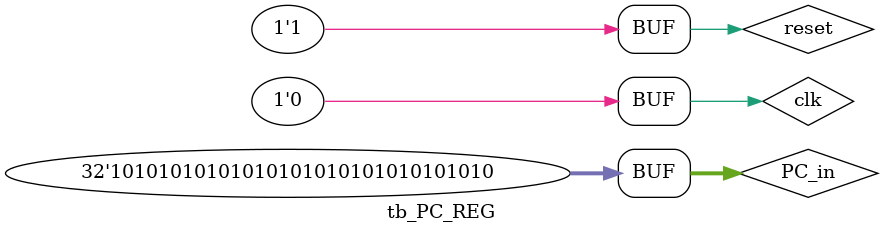
<source format=sv>
module tb_PC_REG();
	logic clk,reset;
	logic [31:0] PC_in, PC_out;
	// instantiate device to be tested 
	PC_REG dut(clk,reset,PC_in,PC_out);
	// initialize test 
	initial 
		begin  
			reset <= 0;
			# 50
			reset <= 1;
		end
	always 
		begin 
			clk <= 1; 
			# 5; 
			clk <= 0; 
			# 5;
		end
	always 
		begin  
			# 10; 
			PC_in  <= 32'b11111111111111111111111111111111;
			# 10; 
			PC_in  <= 32'b11111111111111110000000000000000;
			# 10; 
			PC_in  <= 32'b11111111000000001111111100000000;
			# 10; 
			PC_in  <= 32'b11110000111100001111000011110000;
			# 10; 
			PC_in  <= 32'b11001100110011001100110011001100;
			# 10; 
			PC_in  <= 32'b10101010101010101010101010101010;
		end
endmodule

</source>
